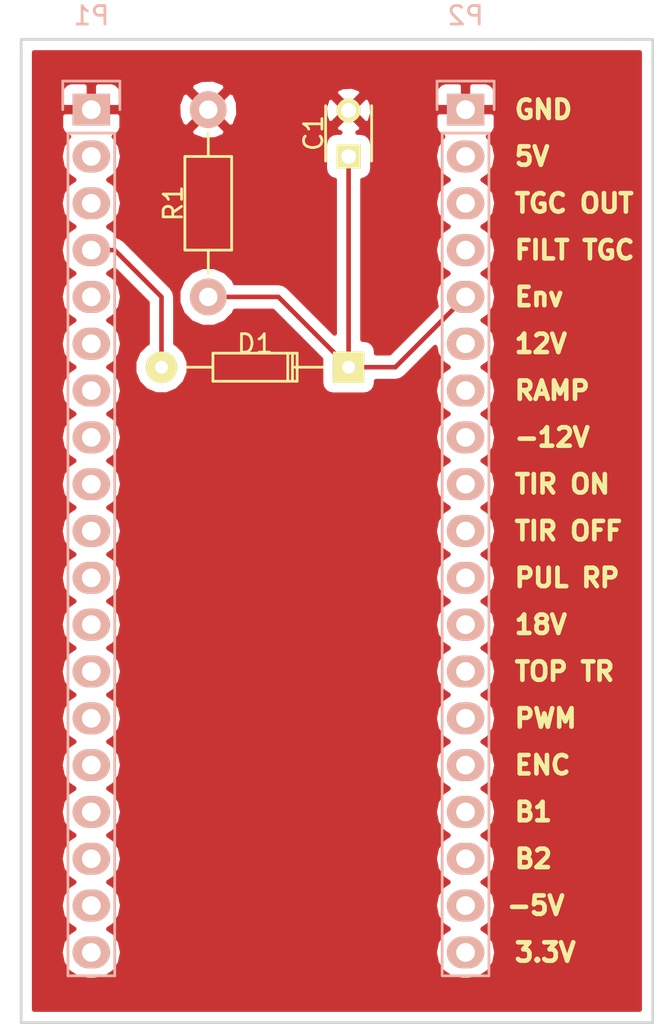
<source format=kicad_pcb>
(kicad_pcb (version 4) (host pcbnew 4.0.3+e1-6302~38~ubuntu16.04.1-stable)

  (general
    (links 7)
    (no_connects 0)
    (area 125.776667 99.335 161.365001 155.015001)
    (thickness 1.6)
    (drawings 29)
    (tracks 9)
    (zones 0)
    (modules 5)
    (nets 38)
  )

  (page A4)
  (layers
    (0 F.Cu signal)
    (31 B.Cu signal)
    (32 B.Adhes user)
    (33 F.Adhes user)
    (34 B.Paste user)
    (35 F.Paste user)
    (36 B.SilkS user)
    (37 F.SilkS user)
    (38 B.Mask user)
    (39 F.Mask user)
    (40 Dwgs.User user)
    (41 Cmts.User user)
    (42 Eco1.User user)
    (43 Eco2.User user)
    (44 Edge.Cuts user)
    (45 Margin user)
    (46 B.CrtYd user)
    (47 F.CrtYd user)
    (48 B.Fab user)
    (49 F.Fab user)
  )

  (setup
    (last_trace_width 0.25)
    (trace_clearance 0.2)
    (zone_clearance 0.508)
    (zone_45_only no)
    (trace_min 0.2)
    (segment_width 0.2)
    (edge_width 0.15)
    (via_size 0.6)
    (via_drill 0.4)
    (via_min_size 0.4)
    (via_min_drill 0.3)
    (uvia_size 0.3)
    (uvia_drill 0.1)
    (uvias_allowed no)
    (uvia_min_size 0.2)
    (uvia_min_drill 0.1)
    (pcb_text_width 0.3)
    (pcb_text_size 1 1)
    (mod_edge_width 0.15)
    (mod_text_size 1 1)
    (mod_text_width 0.15)
    (pad_size 1.524 1.524)
    (pad_drill 0.762)
    (pad_to_mask_clearance 0.2)
    (aux_axis_origin 0 0)
    (visible_elements 7FFFFFFF)
    (pcbplotparams
      (layerselection 0x00030_80000001)
      (usegerberextensions false)
      (excludeedgelayer true)
      (linewidth 0.100000)
      (plotframeref false)
      (viasonmask false)
      (mode 1)
      (useauxorigin false)
      (hpglpennumber 1)
      (hpglpenspeed 20)
      (hpglpendiameter 15)
      (hpglpenoverlay 2)
      (psnegative false)
      (psa4output false)
      (plotreference true)
      (plotvalue true)
      (plotinvisibletext false)
      (padsonsilk false)
      (subtractmaskfromsilk false)
      (outputformat 1)
      (mirror false)
      (drillshape 0)
      (scaleselection 1)
      (outputdirectory gerber/))
  )

  (net 0 "")
  (net 1 "Net-(C1-Pad1)")
  (net 2 "Net-(D1-Pad2)")
  (net 3 "Net-(P1-Pad2)")
  (net 4 "Net-(P1-Pad3)")
  (net 5 "Net-(P1-Pad5)")
  (net 6 "Net-(P1-Pad6)")
  (net 7 "Net-(P1-Pad7)")
  (net 8 "Net-(P1-Pad8)")
  (net 9 "Net-(P1-Pad9)")
  (net 10 "Net-(P1-Pad10)")
  (net 11 "Net-(P1-Pad11)")
  (net 12 "Net-(P1-Pad12)")
  (net 13 "Net-(P1-Pad13)")
  (net 14 "Net-(P1-Pad14)")
  (net 15 "Net-(P1-Pad15)")
  (net 16 "Net-(P1-Pad16)")
  (net 17 "Net-(P1-Pad17)")
  (net 18 "Net-(P1-Pad18)")
  (net 19 "Net-(P1-Pad19)")
  (net 20 "Net-(P2-Pad2)")
  (net 21 "Net-(P2-Pad3)")
  (net 22 "Net-(P2-Pad4)")
  (net 23 "Net-(P2-Pad6)")
  (net 24 "Net-(P2-Pad7)")
  (net 25 "Net-(P2-Pad8)")
  (net 26 "Net-(P2-Pad9)")
  (net 27 "Net-(P2-Pad10)")
  (net 28 "Net-(P2-Pad11)")
  (net 29 "Net-(P2-Pad12)")
  (net 30 "Net-(P2-Pad13)")
  (net 31 "Net-(P2-Pad14)")
  (net 32 "Net-(P2-Pad15)")
  (net 33 "Net-(P2-Pad16)")
  (net 34 "Net-(P2-Pad17)")
  (net 35 "Net-(P2-Pad18)")
  (net 36 "Net-(P2-Pad19)")
  (net 37 GND)

  (net_class Default "This is the default net class."
    (clearance 0.2)
    (trace_width 0.25)
    (via_dia 0.6)
    (via_drill 0.4)
    (uvia_dia 0.3)
    (uvia_drill 0.1)
    (add_net GND)
    (add_net "Net-(C1-Pad1)")
    (add_net "Net-(D1-Pad2)")
    (add_net "Net-(P1-Pad10)")
    (add_net "Net-(P1-Pad11)")
    (add_net "Net-(P1-Pad12)")
    (add_net "Net-(P1-Pad13)")
    (add_net "Net-(P1-Pad14)")
    (add_net "Net-(P1-Pad15)")
    (add_net "Net-(P1-Pad16)")
    (add_net "Net-(P1-Pad17)")
    (add_net "Net-(P1-Pad18)")
    (add_net "Net-(P1-Pad19)")
    (add_net "Net-(P1-Pad2)")
    (add_net "Net-(P1-Pad3)")
    (add_net "Net-(P1-Pad5)")
    (add_net "Net-(P1-Pad6)")
    (add_net "Net-(P1-Pad7)")
    (add_net "Net-(P1-Pad8)")
    (add_net "Net-(P1-Pad9)")
    (add_net "Net-(P2-Pad10)")
    (add_net "Net-(P2-Pad11)")
    (add_net "Net-(P2-Pad12)")
    (add_net "Net-(P2-Pad13)")
    (add_net "Net-(P2-Pad14)")
    (add_net "Net-(P2-Pad15)")
    (add_net "Net-(P2-Pad16)")
    (add_net "Net-(P2-Pad17)")
    (add_net "Net-(P2-Pad18)")
    (add_net "Net-(P2-Pad19)")
    (add_net "Net-(P2-Pad2)")
    (add_net "Net-(P2-Pad3)")
    (add_net "Net-(P2-Pad4)")
    (add_net "Net-(P2-Pad6)")
    (add_net "Net-(P2-Pad7)")
    (add_net "Net-(P2-Pad8)")
    (add_net "Net-(P2-Pad9)")
  )

  (module Capacitors_ThroughHole:C_Disc_D3_P2.5 (layer F.Cu) (tedit 57B461C0) (tstamp 57AB4846)
    (at 144.78 107.95 90)
    (descr "Capacitor 3mm Disc, Pitch 2.5mm")
    (tags Capacitor)
    (path /57A4D575)
    (fp_text reference C1 (at 1.27 -1.905 90) (layer F.SilkS)
      (effects (font (size 1 1) (thickness 0.15)))
    )
    (fp_text value 10p (at 1.27 1.905 90) (layer F.Fab)
      (effects (font (size 1 1) (thickness 0.15)))
    )
    (fp_line (start -0.9 -1.5) (end 3.4 -1.5) (layer F.CrtYd) (width 0.05))
    (fp_line (start 3.4 -1.5) (end 3.4 1.5) (layer F.CrtYd) (width 0.05))
    (fp_line (start 3.4 1.5) (end -0.9 1.5) (layer F.CrtYd) (width 0.05))
    (fp_line (start -0.9 1.5) (end -0.9 -1.5) (layer F.CrtYd) (width 0.05))
    (fp_line (start -0.25 -1.25) (end 2.75 -1.25) (layer F.SilkS) (width 0.15))
    (fp_line (start 2.75 1.25) (end -0.25 1.25) (layer F.SilkS) (width 0.15))
    (pad 1 thru_hole rect (at 0 0 90) (size 1.3 1.3) (drill 0.8) (layers *.Cu *.Mask F.SilkS)
      (net 1 "Net-(C1-Pad1)"))
    (pad 2 thru_hole circle (at 2.5 0 90) (size 1.3 1.3) (drill 0.8001) (layers *.Cu *.Mask F.SilkS)
      (net 37 GND))
    (model Capacitors_ThroughHole.3dshapes/C_Disc_D3_P2.5.wrl
      (at (xyz 0.0492126 0 0))
      (scale (xyz 1 1 1))
      (rotate (xyz 0 0 0))
    )
  )

  (module Resistors_ThroughHole:Resistor_Horizontal_RM10mm (layer F.Cu) (tedit 57B4619E) (tstamp 57AB4880)
    (at 137.16 115.57 90)
    (descr "Resistor, Axial,  RM 10mm, 1/3W")
    (tags "Resistor Axial RM 10mm 1/3W")
    (path /57A4D538)
    (fp_text reference R1 (at 5.08 -1.905 90) (layer F.SilkS)
      (effects (font (size 1 1) (thickness 0.15)))
    )
    (fp_text value 3.9k (at 5.08 1.905 90) (layer F.Fab)
      (effects (font (size 1 1) (thickness 0.15)))
    )
    (fp_line (start -1.25 -1.5) (end 11.4 -1.5) (layer F.CrtYd) (width 0.05))
    (fp_line (start -1.25 1.5) (end -1.25 -1.5) (layer F.CrtYd) (width 0.05))
    (fp_line (start 11.4 -1.5) (end 11.4 1.5) (layer F.CrtYd) (width 0.05))
    (fp_line (start -1.25 1.5) (end 11.4 1.5) (layer F.CrtYd) (width 0.05))
    (fp_line (start 2.54 -1.27) (end 7.62 -1.27) (layer F.SilkS) (width 0.15))
    (fp_line (start 7.62 -1.27) (end 7.62 1.27) (layer F.SilkS) (width 0.15))
    (fp_line (start 7.62 1.27) (end 2.54 1.27) (layer F.SilkS) (width 0.15))
    (fp_line (start 2.54 1.27) (end 2.54 -1.27) (layer F.SilkS) (width 0.15))
    (fp_line (start 2.54 0) (end 1.27 0) (layer F.SilkS) (width 0.15))
    (fp_line (start 7.62 0) (end 8.89 0) (layer F.SilkS) (width 0.15))
    (pad 1 thru_hole circle (at 0 0 90) (size 1.99898 1.99898) (drill 1.00076) (layers *.Cu *.SilkS *.Mask)
      (net 1 "Net-(C1-Pad1)"))
    (pad 2 thru_hole circle (at 10.16 0 90) (size 1.99898 1.99898) (drill 1.00076) (layers *.Cu *.SilkS *.Mask)
      (net 37 GND))
    (model Resistors_ThroughHole.3dshapes/Resistor_Horizontal_RM10mm.wrl
      (at (xyz 0.2 0 0))
      (scale (xyz 0.4 0.4 0.4))
      (rotate (xyz 0 0 0))
    )
  )

  (module Diodes_ThroughHole:Diode_DO-35_SOD27_Horizontal_RM10 (layer F.Cu) (tedit 57B4618B) (tstamp 57AB484C)
    (at 144.78 119.38 180)
    (descr "Diode, DO-35,  SOD27, Horizontal, RM 10mm")
    (tags "Diode, DO-35, SOD27, Horizontal, RM 10mm, 1N4148,")
    (path /57A4D48B)
    (fp_text reference D1 (at 5.08 1.27 180) (layer F.SilkS)
      (effects (font (size 1 1) (thickness 0.15)))
    )
    (fp_text value 1N60 (at 5.08 -1.27 180) (layer F.Fab)
      (effects (font (size 1 1) (thickness 0.15)))
    )
    (fp_line (start 7.36652 -0.00254) (end 8.76352 -0.00254) (layer F.SilkS) (width 0.15))
    (fp_line (start 2.92152 -0.00254) (end 1.39752 -0.00254) (layer F.SilkS) (width 0.15))
    (fp_line (start 3.30252 -0.76454) (end 3.30252 0.75946) (layer F.SilkS) (width 0.15))
    (fp_line (start 3.04852 -0.76454) (end 3.04852 0.75946) (layer F.SilkS) (width 0.15))
    (fp_line (start 2.79452 -0.00254) (end 2.79452 0.75946) (layer F.SilkS) (width 0.15))
    (fp_line (start 2.79452 0.75946) (end 7.36652 0.75946) (layer F.SilkS) (width 0.15))
    (fp_line (start 7.36652 0.75946) (end 7.36652 -0.76454) (layer F.SilkS) (width 0.15))
    (fp_line (start 7.36652 -0.76454) (end 2.79452 -0.76454) (layer F.SilkS) (width 0.15))
    (fp_line (start 2.79452 -0.76454) (end 2.79452 -0.00254) (layer F.SilkS) (width 0.15))
    (pad 2 thru_hole circle (at 10.16052 -0.00254) (size 1.69926 1.69926) (drill 0.70104) (layers *.Cu *.Mask F.SilkS)
      (net 2 "Net-(D1-Pad2)"))
    (pad 1 thru_hole rect (at 0.00052 -0.00254) (size 1.69926 1.69926) (drill 0.70104) (layers *.Cu *.Mask F.SilkS)
      (net 1 "Net-(C1-Pad1)"))
    (model Diodes_ThroughHole.3dshapes/Diode_DO-35_SOD27_Horizontal_RM10.wrl
      (at (xyz 0.2 0 0))
      (scale (xyz 0.4 0.4 0.4))
      (rotate (xyz 0 0 180))
    )
  )

  (module Pin_Headers:Pin_Header_Straight_1x19 (layer B.Cu) (tedit 0) (tstamp 57AB4863)
    (at 130.81 105.41 180)
    (descr "Through hole pin header")
    (tags "pin header")
    (path /57A857B8)
    (fp_text reference P1 (at 0 5.1 180) (layer B.SilkS)
      (effects (font (size 1 1) (thickness 0.15)) (justify mirror))
    )
    (fp_text value CONN_01X19 (at 0 3.1 180) (layer B.Fab)
      (effects (font (size 1 1) (thickness 0.15)) (justify mirror))
    )
    (fp_line (start -1.75 1.75) (end -1.75 -47.5) (layer B.CrtYd) (width 0.05))
    (fp_line (start 1.75 1.75) (end 1.75 -47.5) (layer B.CrtYd) (width 0.05))
    (fp_line (start -1.75 1.75) (end 1.75 1.75) (layer B.CrtYd) (width 0.05))
    (fp_line (start -1.75 -47.5) (end 1.75 -47.5) (layer B.CrtYd) (width 0.05))
    (fp_line (start 1.27 -1.27) (end 1.27 -46.99) (layer B.SilkS) (width 0.15))
    (fp_line (start 1.27 -46.99) (end -1.27 -46.99) (layer B.SilkS) (width 0.15))
    (fp_line (start -1.27 -46.99) (end -1.27 -1.27) (layer B.SilkS) (width 0.15))
    (fp_line (start 1.55 1.55) (end 1.55 0) (layer B.SilkS) (width 0.15))
    (fp_line (start 1.27 -1.27) (end -1.27 -1.27) (layer B.SilkS) (width 0.15))
    (fp_line (start -1.55 0) (end -1.55 1.55) (layer B.SilkS) (width 0.15))
    (fp_line (start -1.55 1.55) (end 1.55 1.55) (layer B.SilkS) (width 0.15))
    (pad 1 thru_hole rect (at 0 0 180) (size 2.032 1.7272) (drill 1.016) (layers *.Cu *.Mask B.SilkS)
      (net 37 GND))
    (pad 2 thru_hole oval (at 0 -2.54 180) (size 2.032 1.7272) (drill 1.016) (layers *.Cu *.Mask B.SilkS)
      (net 3 "Net-(P1-Pad2)"))
    (pad 3 thru_hole oval (at 0 -5.08 180) (size 2.032 1.7272) (drill 1.016) (layers *.Cu *.Mask B.SilkS)
      (net 4 "Net-(P1-Pad3)"))
    (pad 4 thru_hole oval (at 0 -7.62 180) (size 2.032 1.7272) (drill 1.016) (layers *.Cu *.Mask B.SilkS)
      (net 2 "Net-(D1-Pad2)"))
    (pad 5 thru_hole oval (at 0 -10.16 180) (size 2.032 1.7272) (drill 1.016) (layers *.Cu *.Mask B.SilkS)
      (net 5 "Net-(P1-Pad5)"))
    (pad 6 thru_hole oval (at 0 -12.7 180) (size 2.032 1.7272) (drill 1.016) (layers *.Cu *.Mask B.SilkS)
      (net 6 "Net-(P1-Pad6)"))
    (pad 7 thru_hole oval (at 0 -15.24 180) (size 2.032 1.7272) (drill 1.016) (layers *.Cu *.Mask B.SilkS)
      (net 7 "Net-(P1-Pad7)"))
    (pad 8 thru_hole oval (at 0 -17.78 180) (size 2.032 1.7272) (drill 1.016) (layers *.Cu *.Mask B.SilkS)
      (net 8 "Net-(P1-Pad8)"))
    (pad 9 thru_hole oval (at 0 -20.32 180) (size 2.032 1.7272) (drill 1.016) (layers *.Cu *.Mask B.SilkS)
      (net 9 "Net-(P1-Pad9)"))
    (pad 10 thru_hole oval (at 0 -22.86 180) (size 2.032 1.7272) (drill 1.016) (layers *.Cu *.Mask B.SilkS)
      (net 10 "Net-(P1-Pad10)"))
    (pad 11 thru_hole oval (at 0 -25.4 180) (size 2.032 1.7272) (drill 1.016) (layers *.Cu *.Mask B.SilkS)
      (net 11 "Net-(P1-Pad11)"))
    (pad 12 thru_hole oval (at 0 -27.94 180) (size 2.032 1.7272) (drill 1.016) (layers *.Cu *.Mask B.SilkS)
      (net 12 "Net-(P1-Pad12)"))
    (pad 13 thru_hole oval (at 0 -30.48 180) (size 2.032 1.7272) (drill 1.016) (layers *.Cu *.Mask B.SilkS)
      (net 13 "Net-(P1-Pad13)"))
    (pad 14 thru_hole oval (at 0 -33.02 180) (size 2.032 1.7272) (drill 1.016) (layers *.Cu *.Mask B.SilkS)
      (net 14 "Net-(P1-Pad14)"))
    (pad 15 thru_hole oval (at 0 -35.56 180) (size 2.032 1.7272) (drill 1.016) (layers *.Cu *.Mask B.SilkS)
      (net 15 "Net-(P1-Pad15)"))
    (pad 16 thru_hole oval (at 0 -38.1 180) (size 2.032 1.7272) (drill 1.016) (layers *.Cu *.Mask B.SilkS)
      (net 16 "Net-(P1-Pad16)"))
    (pad 17 thru_hole oval (at 0 -40.64 180) (size 2.032 1.7272) (drill 1.016) (layers *.Cu *.Mask B.SilkS)
      (net 17 "Net-(P1-Pad17)"))
    (pad 18 thru_hole oval (at 0 -43.18 180) (size 2.032 1.7272) (drill 1.016) (layers *.Cu *.Mask B.SilkS)
      (net 18 "Net-(P1-Pad18)"))
    (pad 19 thru_hole oval (at 0 -45.72 180) (size 2.032 1.7272) (drill 1.016) (layers *.Cu *.Mask B.SilkS)
      (net 19 "Net-(P1-Pad19)"))
    (model Pin_Headers.3dshapes/Pin_Header_Straight_1x19.wrl
      (at (xyz 0 -0.9 0))
      (scale (xyz 1 1 1))
      (rotate (xyz 0 0 90))
    )
  )

  (module Pin_Headers:Pin_Header_Straight_1x19 (layer B.Cu) (tedit 0) (tstamp 57AB487A)
    (at 151.13 105.41 180)
    (descr "Through hole pin header")
    (tags "pin header")
    (path /57A857FF)
    (fp_text reference P2 (at 0 5.1 180) (layer B.SilkS)
      (effects (font (size 1 1) (thickness 0.15)) (justify mirror))
    )
    (fp_text value CONN_01X19 (at 0 3.1 180) (layer B.Fab)
      (effects (font (size 1 1) (thickness 0.15)) (justify mirror))
    )
    (fp_line (start -1.75 1.75) (end -1.75 -47.5) (layer B.CrtYd) (width 0.05))
    (fp_line (start 1.75 1.75) (end 1.75 -47.5) (layer B.CrtYd) (width 0.05))
    (fp_line (start -1.75 1.75) (end 1.75 1.75) (layer B.CrtYd) (width 0.05))
    (fp_line (start -1.75 -47.5) (end 1.75 -47.5) (layer B.CrtYd) (width 0.05))
    (fp_line (start 1.27 -1.27) (end 1.27 -46.99) (layer B.SilkS) (width 0.15))
    (fp_line (start 1.27 -46.99) (end -1.27 -46.99) (layer B.SilkS) (width 0.15))
    (fp_line (start -1.27 -46.99) (end -1.27 -1.27) (layer B.SilkS) (width 0.15))
    (fp_line (start 1.55 1.55) (end 1.55 0) (layer B.SilkS) (width 0.15))
    (fp_line (start 1.27 -1.27) (end -1.27 -1.27) (layer B.SilkS) (width 0.15))
    (fp_line (start -1.55 0) (end -1.55 1.55) (layer B.SilkS) (width 0.15))
    (fp_line (start -1.55 1.55) (end 1.55 1.55) (layer B.SilkS) (width 0.15))
    (pad 1 thru_hole rect (at 0 0 180) (size 2.032 1.7272) (drill 1.016) (layers *.Cu *.Mask B.SilkS)
      (net 37 GND))
    (pad 2 thru_hole oval (at 0 -2.54 180) (size 2.032 1.7272) (drill 1.016) (layers *.Cu *.Mask B.SilkS)
      (net 20 "Net-(P2-Pad2)"))
    (pad 3 thru_hole oval (at 0 -5.08 180) (size 2.032 1.7272) (drill 1.016) (layers *.Cu *.Mask B.SilkS)
      (net 21 "Net-(P2-Pad3)"))
    (pad 4 thru_hole oval (at 0 -7.62 180) (size 2.032 1.7272) (drill 1.016) (layers *.Cu *.Mask B.SilkS)
      (net 22 "Net-(P2-Pad4)"))
    (pad 5 thru_hole oval (at 0 -10.16 180) (size 2.032 1.7272) (drill 1.016) (layers *.Cu *.Mask B.SilkS)
      (net 1 "Net-(C1-Pad1)"))
    (pad 6 thru_hole oval (at 0 -12.7 180) (size 2.032 1.7272) (drill 1.016) (layers *.Cu *.Mask B.SilkS)
      (net 23 "Net-(P2-Pad6)"))
    (pad 7 thru_hole oval (at 0 -15.24 180) (size 2.032 1.7272) (drill 1.016) (layers *.Cu *.Mask B.SilkS)
      (net 24 "Net-(P2-Pad7)"))
    (pad 8 thru_hole oval (at 0 -17.78 180) (size 2.032 1.7272) (drill 1.016) (layers *.Cu *.Mask B.SilkS)
      (net 25 "Net-(P2-Pad8)"))
    (pad 9 thru_hole oval (at 0 -20.32 180) (size 2.032 1.7272) (drill 1.016) (layers *.Cu *.Mask B.SilkS)
      (net 26 "Net-(P2-Pad9)"))
    (pad 10 thru_hole oval (at 0 -22.86 180) (size 2.032 1.7272) (drill 1.016) (layers *.Cu *.Mask B.SilkS)
      (net 27 "Net-(P2-Pad10)"))
    (pad 11 thru_hole oval (at 0 -25.4 180) (size 2.032 1.7272) (drill 1.016) (layers *.Cu *.Mask B.SilkS)
      (net 28 "Net-(P2-Pad11)"))
    (pad 12 thru_hole oval (at 0 -27.94 180) (size 2.032 1.7272) (drill 1.016) (layers *.Cu *.Mask B.SilkS)
      (net 29 "Net-(P2-Pad12)"))
    (pad 13 thru_hole oval (at 0 -30.48 180) (size 2.032 1.7272) (drill 1.016) (layers *.Cu *.Mask B.SilkS)
      (net 30 "Net-(P2-Pad13)"))
    (pad 14 thru_hole oval (at 0 -33.02 180) (size 2.032 1.7272) (drill 1.016) (layers *.Cu *.Mask B.SilkS)
      (net 31 "Net-(P2-Pad14)"))
    (pad 15 thru_hole oval (at 0 -35.56 180) (size 2.032 1.7272) (drill 1.016) (layers *.Cu *.Mask B.SilkS)
      (net 32 "Net-(P2-Pad15)"))
    (pad 16 thru_hole oval (at 0 -38.1 180) (size 2.032 1.7272) (drill 1.016) (layers *.Cu *.Mask B.SilkS)
      (net 33 "Net-(P2-Pad16)"))
    (pad 17 thru_hole oval (at 0 -40.64 180) (size 2.032 1.7272) (drill 1.016) (layers *.Cu *.Mask B.SilkS)
      (net 34 "Net-(P2-Pad17)"))
    (pad 18 thru_hole oval (at 0 -43.18 180) (size 2.032 1.7272) (drill 1.016) (layers *.Cu *.Mask B.SilkS)
      (net 35 "Net-(P2-Pad18)"))
    (pad 19 thru_hole oval (at 0 -45.72 180) (size 2.032 1.7272) (drill 1.016) (layers *.Cu *.Mask B.SilkS)
      (net 36 "Net-(P2-Pad19)"))
    (model Pin_Headers.3dshapes/Pin_Header_Straight_1x19.wrl
      (at (xyz 0 -0.9 0))
      (scale (xyz 1 1 1))
      (rotate (xyz 0 0 90))
    )
  )

  (gr_line (start 161.29 154.94) (end 160.02 154.94) (angle 90) (layer Edge.Cuts) (width 0.15))
  (gr_line (start 161.29 101.6) (end 161.29 154.94) (angle 90) (layer Edge.Cuts) (width 0.15))
  (gr_line (start 160.02 101.6) (end 161.29 101.6) (angle 90) (layer Edge.Cuts) (width 0.15))
  (gr_line (start 160.02 154.94) (end 157.48 154.94) (angle 90) (layer Edge.Cuts) (width 0.15))
  (gr_line (start 157.48 101.6) (end 160.02 101.6) (angle 90) (layer Edge.Cuts) (width 0.15))
  (gr_text 3.3V (at 153.67 151.13) (layer F.SilkS)
    (effects (font (size 1 1) (thickness 0.3)) (justify left))
  )
  (gr_text -5V (at 154.94 148.59) (layer F.SilkS)
    (effects (font (size 1 1) (thickness 0.3)))
  )
  (gr_text PWM (at 153.67 138.43) (layer F.SilkS)
    (effects (font (size 1 1) (thickness 0.3)) (justify left))
  )
  (gr_text B2 (at 153.67 146.05) (layer F.SilkS)
    (effects (font (size 1 1) (thickness 0.3)) (justify left))
  )
  (gr_text B1 (at 153.67 143.51) (layer F.SilkS)
    (effects (font (size 1 1) (thickness 0.3)) (justify left))
  )
  (gr_text ENC (at 153.67 140.97) (layer F.SilkS)
    (effects (font (size 1 1) (thickness 0.3)) (justify left))
  )
  (gr_text "TOP TR" (at 153.67 135.89) (layer F.SilkS)
    (effects (font (size 1 1) (thickness 0.3)) (justify left))
  )
  (gr_text 18V (at 153.67 133.35) (layer F.SilkS)
    (effects (font (size 1 1) (thickness 0.3)) (justify left))
  )
  (gr_text "PUL RP" (at 153.67 130.81) (layer F.SilkS)
    (effects (font (size 1 1) (thickness 0.3)) (justify left))
  )
  (gr_text "TIR OFF" (at 153.67 128.27) (layer F.SilkS)
    (effects (font (size 1 1) (thickness 0.3)) (justify left))
  )
  (gr_text "TIR ON" (at 153.67 125.73) (layer F.SilkS)
    (effects (font (size 1 1) (thickness 0.3)) (justify left))
  )
  (gr_text -12V (at 153.67 123.19) (layer F.SilkS)
    (effects (font (size 1 1) (thickness 0.3)) (justify left))
  )
  (gr_text RAMP (at 153.67 120.65) (layer F.SilkS)
    (effects (font (size 1 1) (thickness 0.3)) (justify left))
  )
  (gr_text 12V (at 153.67 118.11) (layer F.SilkS)
    (effects (font (size 1 1) (thickness 0.3)) (justify left))
  )
  (gr_text Env (at 153.67 115.57) (layer F.SilkS)
    (effects (font (size 1 1) (thickness 0.3)) (justify left))
  )
  (gr_text "FILT TGC" (at 153.67 113.03) (layer F.SilkS)
    (effects (font (size 1 1) (thickness 0.3)) (justify left))
  )
  (gr_text "TGC OUT" (at 153.67 110.49) (layer F.SilkS)
    (effects (font (size 1 1) (thickness 0.3)) (justify left))
  )
  (gr_text 5V (at 153.67 107.95) (layer F.SilkS)
    (effects (font (size 1 1) (thickness 0.3)) (justify left))
  )
  (gr_text GND (at 153.67 105.41) (layer F.SilkS)
    (effects (font (size 1 1) (thickness 0.3)) (justify left))
  )
  (gr_line (start 154.94 154.94) (end 157.48 154.94) (angle 90) (layer Edge.Cuts) (width 0.15))
  (gr_line (start 154.94 101.6) (end 157.48 101.6) (angle 90) (layer Edge.Cuts) (width 0.15))
  (gr_line (start 127 154.94) (end 127 101.6) (angle 90) (layer Edge.Cuts) (width 0.15))
  (gr_line (start 154.94 154.94) (end 127 154.94) (angle 90) (layer Edge.Cuts) (width 0.15))
  (gr_line (start 127 101.6) (end 154.94 101.6) (angle 90) (layer Edge.Cuts) (width 0.15))

  (segment (start 144.77948 119.38254) (end 147.31746 119.38254) (width 0.25) (layer F.Cu) (net 1))
  (segment (start 147.31746 119.38254) (end 151.13 115.57) (width 0.25) (layer F.Cu) (net 1) (tstamp 57AC31D7))
  (segment (start 144.77948 119.38254) (end 144.77948 107.95052) (width 0.25) (layer F.Cu) (net 1))
  (segment (start 144.77948 107.95052) (end 144.78 107.95) (width 0.25) (layer F.Cu) (net 1) (tstamp 57AC31D2))
  (segment (start 137.16 115.57) (end 140.96694 115.57) (width 0.25) (layer F.Cu) (net 1))
  (segment (start 140.96694 115.57) (end 144.77948 119.38254) (width 0.25) (layer F.Cu) (net 1) (tstamp 57AC31B5))
  (segment (start 130.81 113.03) (end 132.08 113.03) (width 0.25) (layer F.Cu) (net 2))
  (segment (start 132.08 113.03) (end 134.61948 115.56948) (width 0.25) (layer F.Cu) (net 2) (tstamp 57AC3255))
  (segment (start 134.61948 115.56948) (end 134.61948 119.38254) (width 0.25) (layer F.Cu) (net 2) (tstamp 57AC325A))

  (zone (net 37) (net_name GND) (layer F.Cu) (tstamp 57AC4168) (hatch edge 0.508)
    (connect_pads (clearance 0.508))
    (min_thickness 0.254)
    (fill yes (arc_segments 16) (thermal_gap 0.508) (thermal_bridge_width 0.508))
    (polygon
      (pts
        (xy 161.29 154.94) (xy 127 154.94) (xy 127 101.6) (xy 161.29 101.6)
      )
    )
    (filled_polygon
      (pts
        (xy 160.58 154.23) (xy 127.71 154.23) (xy 127.71 107.95) (xy 129.126655 107.95) (xy 129.240729 108.523489)
        (xy 129.565585 109.00967) (xy 129.880366 109.22) (xy 129.565585 109.43033) (xy 129.240729 109.916511) (xy 129.126655 110.49)
        (xy 129.240729 111.063489) (xy 129.565585 111.54967) (xy 129.880366 111.76) (xy 129.565585 111.97033) (xy 129.240729 112.456511)
        (xy 129.126655 113.03) (xy 129.240729 113.603489) (xy 129.565585 114.08967) (xy 129.880366 114.3) (xy 129.565585 114.51033)
        (xy 129.240729 114.996511) (xy 129.126655 115.57) (xy 129.240729 116.143489) (xy 129.565585 116.62967) (xy 129.880366 116.84)
        (xy 129.565585 117.05033) (xy 129.240729 117.536511) (xy 129.126655 118.11) (xy 129.240729 118.683489) (xy 129.565585 119.16967)
        (xy 129.880366 119.38) (xy 129.565585 119.59033) (xy 129.240729 120.076511) (xy 129.126655 120.65) (xy 129.240729 121.223489)
        (xy 129.565585 121.70967) (xy 129.880366 121.92) (xy 129.565585 122.13033) (xy 129.240729 122.616511) (xy 129.126655 123.19)
        (xy 129.240729 123.763489) (xy 129.565585 124.24967) (xy 129.880366 124.46) (xy 129.565585 124.67033) (xy 129.240729 125.156511)
        (xy 129.126655 125.73) (xy 129.240729 126.303489) (xy 129.565585 126.78967) (xy 129.880366 127) (xy 129.565585 127.21033)
        (xy 129.240729 127.696511) (xy 129.126655 128.27) (xy 129.240729 128.843489) (xy 129.565585 129.32967) (xy 129.880366 129.54)
        (xy 129.565585 129.75033) (xy 129.240729 130.236511) (xy 129.126655 130.81) (xy 129.240729 131.383489) (xy 129.565585 131.86967)
        (xy 129.880366 132.08) (xy 129.565585 132.29033) (xy 129.240729 132.776511) (xy 129.126655 133.35) (xy 129.240729 133.923489)
        (xy 129.565585 134.40967) (xy 129.880366 134.62) (xy 129.565585 134.83033) (xy 129.240729 135.316511) (xy 129.126655 135.89)
        (xy 129.240729 136.463489) (xy 129.565585 136.94967) (xy 129.880366 137.16) (xy 129.565585 137.37033) (xy 129.240729 137.856511)
        (xy 129.126655 138.43) (xy 129.240729 139.003489) (xy 129.565585 139.48967) (xy 129.880366 139.7) (xy 129.565585 139.91033)
        (xy 129.240729 140.396511) (xy 129.126655 140.97) (xy 129.240729 141.543489) (xy 129.565585 142.02967) (xy 129.880366 142.24)
        (xy 129.565585 142.45033) (xy 129.240729 142.936511) (xy 129.126655 143.51) (xy 129.240729 144.083489) (xy 129.565585 144.56967)
        (xy 129.880366 144.78) (xy 129.565585 144.99033) (xy 129.240729 145.476511) (xy 129.126655 146.05) (xy 129.240729 146.623489)
        (xy 129.565585 147.10967) (xy 129.880366 147.32) (xy 129.565585 147.53033) (xy 129.240729 148.016511) (xy 129.126655 148.59)
        (xy 129.240729 149.163489) (xy 129.565585 149.64967) (xy 129.880366 149.86) (xy 129.565585 150.07033) (xy 129.240729 150.556511)
        (xy 129.126655 151.13) (xy 129.240729 151.703489) (xy 129.565585 152.18967) (xy 130.051766 152.514526) (xy 130.625255 152.6286)
        (xy 130.994745 152.6286) (xy 131.568234 152.514526) (xy 132.054415 152.18967) (xy 132.379271 151.703489) (xy 132.493345 151.13)
        (xy 132.379271 150.556511) (xy 132.054415 150.07033) (xy 131.739634 149.86) (xy 132.054415 149.64967) (xy 132.379271 149.163489)
        (xy 132.493345 148.59) (xy 132.379271 148.016511) (xy 132.054415 147.53033) (xy 131.739634 147.32) (xy 132.054415 147.10967)
        (xy 132.379271 146.623489) (xy 132.493345 146.05) (xy 132.379271 145.476511) (xy 132.054415 144.99033) (xy 131.739634 144.78)
        (xy 132.054415 144.56967) (xy 132.379271 144.083489) (xy 132.493345 143.51) (xy 132.379271 142.936511) (xy 132.054415 142.45033)
        (xy 131.739634 142.24) (xy 132.054415 142.02967) (xy 132.379271 141.543489) (xy 132.493345 140.97) (xy 132.379271 140.396511)
        (xy 132.054415 139.91033) (xy 131.739634 139.7) (xy 132.054415 139.48967) (xy 132.379271 139.003489) (xy 132.493345 138.43)
        (xy 132.379271 137.856511) (xy 132.054415 137.37033) (xy 131.739634 137.16) (xy 132.054415 136.94967) (xy 132.379271 136.463489)
        (xy 132.493345 135.89) (xy 132.379271 135.316511) (xy 132.054415 134.83033) (xy 131.739634 134.62) (xy 132.054415 134.40967)
        (xy 132.379271 133.923489) (xy 132.493345 133.35) (xy 132.379271 132.776511) (xy 132.054415 132.29033) (xy 131.739634 132.08)
        (xy 132.054415 131.86967) (xy 132.379271 131.383489) (xy 132.493345 130.81) (xy 132.379271 130.236511) (xy 132.054415 129.75033)
        (xy 131.739634 129.54) (xy 132.054415 129.32967) (xy 132.379271 128.843489) (xy 132.493345 128.27) (xy 132.379271 127.696511)
        (xy 132.054415 127.21033) (xy 131.739634 127) (xy 132.054415 126.78967) (xy 132.379271 126.303489) (xy 132.493345 125.73)
        (xy 132.379271 125.156511) (xy 132.054415 124.67033) (xy 131.739634 124.46) (xy 132.054415 124.24967) (xy 132.379271 123.763489)
        (xy 132.493345 123.19) (xy 132.379271 122.616511) (xy 132.054415 122.13033) (xy 131.739634 121.92) (xy 132.054415 121.70967)
        (xy 132.379271 121.223489) (xy 132.493345 120.65) (xy 132.379271 120.076511) (xy 132.054415 119.59033) (xy 131.739634 119.38)
        (xy 132.054415 119.16967) (xy 132.379271 118.683489) (xy 132.493345 118.11) (xy 132.379271 117.536511) (xy 132.054415 117.05033)
        (xy 131.739634 116.84) (xy 132.054415 116.62967) (xy 132.379271 116.143489) (xy 132.493345 115.57) (xy 132.379271 114.996511)
        (xy 132.054415 114.51033) (xy 131.739634 114.3) (xy 132.054415 114.08967) (xy 132.058602 114.083404) (xy 133.85948 115.884282)
        (xy 133.85948 118.090193) (xy 133.779603 118.123198) (xy 133.361606 118.540466) (xy 133.135108 119.085933) (xy 133.134592 119.676556)
        (xy 133.360138 120.222417) (xy 133.777406 120.640414) (xy 134.322873 120.866912) (xy 134.913496 120.867428) (xy 135.459357 120.641882)
        (xy 135.877354 120.224614) (xy 136.103852 119.679147) (xy 136.104368 119.088524) (xy 135.878822 118.542663) (xy 135.461554 118.124666)
        (xy 135.37948 118.090586) (xy 135.37948 115.893694) (xy 135.525226 115.893694) (xy 135.773538 116.494655) (xy 136.232927 116.954846)
        (xy 136.833453 117.204206) (xy 137.483694 117.204774) (xy 138.084655 116.956462) (xy 138.544846 116.497073) (xy 138.614221 116.33)
        (xy 140.652138 116.33) (xy 143.28241 118.960272) (xy 143.28241 120.23217) (xy 143.326688 120.467487) (xy 143.46576 120.683611)
        (xy 143.67796 120.828601) (xy 143.92985 120.87961) (xy 145.62911 120.87961) (xy 145.864427 120.835332) (xy 146.080551 120.69626)
        (xy 146.225541 120.48406) (xy 146.27655 120.23217) (xy 146.27655 120.14254) (xy 147.31746 120.14254) (xy 147.608299 120.084688)
        (xy 147.854861 119.919941) (xy 149.482848 118.291954) (xy 149.560729 118.683489) (xy 149.885585 119.16967) (xy 150.200366 119.38)
        (xy 149.885585 119.59033) (xy 149.560729 120.076511) (xy 149.446655 120.65) (xy 149.560729 121.223489) (xy 149.885585 121.70967)
        (xy 150.200366 121.92) (xy 149.885585 122.13033) (xy 149.560729 122.616511) (xy 149.446655 123.19) (xy 149.560729 123.763489)
        (xy 149.885585 124.24967) (xy 150.200366 124.46) (xy 149.885585 124.67033) (xy 149.560729 125.156511) (xy 149.446655 125.73)
        (xy 149.560729 126.303489) (xy 149.885585 126.78967) (xy 150.200366 127) (xy 149.885585 127.21033) (xy 149.560729 127.696511)
        (xy 149.446655 128.27) (xy 149.560729 128.843489) (xy 149.885585 129.32967) (xy 150.200366 129.54) (xy 149.885585 129.75033)
        (xy 149.560729 130.236511) (xy 149.446655 130.81) (xy 149.560729 131.383489) (xy 149.885585 131.86967) (xy 150.200366 132.08)
        (xy 149.885585 132.29033) (xy 149.560729 132.776511) (xy 149.446655 133.35) (xy 149.560729 133.923489) (xy 149.885585 134.40967)
        (xy 150.200366 134.62) (xy 149.885585 134.83033) (xy 149.560729 135.316511) (xy 149.446655 135.89) (xy 149.560729 136.463489)
        (xy 149.885585 136.94967) (xy 150.200366 137.16) (xy 149.885585 137.37033) (xy 149.560729 137.856511) (xy 149.446655 138.43)
        (xy 149.560729 139.003489) (xy 149.885585 139.48967) (xy 150.200366 139.7) (xy 149.885585 139.91033) (xy 149.560729 140.396511)
        (xy 149.446655 140.97) (xy 149.560729 141.543489) (xy 149.885585 142.02967) (xy 150.200366 142.24) (xy 149.885585 142.45033)
        (xy 149.560729 142.936511) (xy 149.446655 143.51) (xy 149.560729 144.083489) (xy 149.885585 144.56967) (xy 150.200366 144.78)
        (xy 149.885585 144.99033) (xy 149.560729 145.476511) (xy 149.446655 146.05) (xy 149.560729 146.623489) (xy 149.885585 147.10967)
        (xy 150.200366 147.32) (xy 149.885585 147.53033) (xy 149.560729 148.016511) (xy 149.446655 148.59) (xy 149.560729 149.163489)
        (xy 149.885585 149.64967) (xy 150.200366 149.86) (xy 149.885585 150.07033) (xy 149.560729 150.556511) (xy 149.446655 151.13)
        (xy 149.560729 151.703489) (xy 149.885585 152.18967) (xy 150.371766 152.514526) (xy 150.945255 152.6286) (xy 151.314745 152.6286)
        (xy 151.888234 152.514526) (xy 152.374415 152.18967) (xy 152.699271 151.703489) (xy 152.813345 151.13) (xy 152.699271 150.556511)
        (xy 152.374415 150.07033) (xy 152.059634 149.86) (xy 152.374415 149.64967) (xy 152.699271 149.163489) (xy 152.813345 148.59)
        (xy 152.699271 148.016511) (xy 152.374415 147.53033) (xy 152.059634 147.32) (xy 152.374415 147.10967) (xy 152.699271 146.623489)
        (xy 152.813345 146.05) (xy 152.699271 145.476511) (xy 152.374415 144.99033) (xy 152.059634 144.78) (xy 152.374415 144.56967)
        (xy 152.699271 144.083489) (xy 152.813345 143.51) (xy 152.699271 142.936511) (xy 152.374415 142.45033) (xy 152.059634 142.24)
        (xy 152.374415 142.02967) (xy 152.699271 141.543489) (xy 152.813345 140.97) (xy 152.699271 140.396511) (xy 152.374415 139.91033)
        (xy 152.059634 139.7) (xy 152.374415 139.48967) (xy 152.699271 139.003489) (xy 152.813345 138.43) (xy 152.699271 137.856511)
        (xy 152.374415 137.37033) (xy 152.059634 137.16) (xy 152.374415 136.94967) (xy 152.699271 136.463489) (xy 152.813345 135.89)
        (xy 152.699271 135.316511) (xy 152.374415 134.83033) (xy 152.059634 134.62) (xy 152.374415 134.40967) (xy 152.699271 133.923489)
        (xy 152.813345 133.35) (xy 152.699271 132.776511) (xy 152.374415 132.29033) (xy 152.059634 132.08) (xy 152.374415 131.86967)
        (xy 152.699271 131.383489) (xy 152.813345 130.81) (xy 152.699271 130.236511) (xy 152.374415 129.75033) (xy 152.059634 129.54)
        (xy 152.374415 129.32967) (xy 152.699271 128.843489) (xy 152.813345 128.27) (xy 152.699271 127.696511) (xy 152.374415 127.21033)
        (xy 152.059634 127) (xy 152.374415 126.78967) (xy 152.699271 126.303489) (xy 152.813345 125.73) (xy 152.699271 125.156511)
        (xy 152.374415 124.67033) (xy 152.059634 124.46) (xy 152.374415 124.24967) (xy 152.699271 123.763489) (xy 152.813345 123.19)
        (xy 152.699271 122.616511) (xy 152.374415 122.13033) (xy 152.059634 121.92) (xy 152.374415 121.70967) (xy 152.699271 121.223489)
        (xy 152.813345 120.65) (xy 152.699271 120.076511) (xy 152.374415 119.59033) (xy 152.059634 119.38) (xy 152.374415 119.16967)
        (xy 152.699271 118.683489) (xy 152.813345 118.11) (xy 152.699271 117.536511) (xy 152.374415 117.05033) (xy 152.059634 116.84)
        (xy 152.374415 116.62967) (xy 152.699271 116.143489) (xy 152.813345 115.57) (xy 152.699271 114.996511) (xy 152.374415 114.51033)
        (xy 152.059634 114.3) (xy 152.374415 114.08967) (xy 152.699271 113.603489) (xy 152.813345 113.03) (xy 152.699271 112.456511)
        (xy 152.374415 111.97033) (xy 152.059634 111.76) (xy 152.374415 111.54967) (xy 152.699271 111.063489) (xy 152.813345 110.49)
        (xy 152.699271 109.916511) (xy 152.374415 109.43033) (xy 152.059634 109.22) (xy 152.374415 109.00967) (xy 152.699271 108.523489)
        (xy 152.813345 107.95) (xy 152.699271 107.376511) (xy 152.374415 106.89033) (xy 152.35222 106.8755) (xy 152.505698 106.811927)
        (xy 152.684327 106.633299) (xy 152.781 106.39991) (xy 152.781 105.69575) (xy 152.62225 105.537) (xy 151.257 105.537)
        (xy 151.257 105.557) (xy 151.003 105.557) (xy 151.003 105.537) (xy 149.63775 105.537) (xy 149.479 105.69575)
        (xy 149.479 106.39991) (xy 149.575673 106.633299) (xy 149.754302 106.811927) (xy 149.90778 106.8755) (xy 149.885585 106.89033)
        (xy 149.560729 107.376511) (xy 149.446655 107.95) (xy 149.560729 108.523489) (xy 149.885585 109.00967) (xy 150.200366 109.22)
        (xy 149.885585 109.43033) (xy 149.560729 109.916511) (xy 149.446655 110.49) (xy 149.560729 111.063489) (xy 149.885585 111.54967)
        (xy 150.200366 111.76) (xy 149.885585 111.97033) (xy 149.560729 112.456511) (xy 149.446655 113.03) (xy 149.560729 113.603489)
        (xy 149.885585 114.08967) (xy 150.200366 114.3) (xy 149.885585 114.51033) (xy 149.560729 114.996511) (xy 149.446655 115.57)
        (xy 149.547619 116.077579) (xy 147.002658 118.62254) (xy 146.27655 118.62254) (xy 146.27655 118.53291) (xy 146.232272 118.297593)
        (xy 146.0932 118.081469) (xy 145.881 117.936479) (xy 145.62911 117.88547) (xy 145.53948 117.88547) (xy 145.53948 109.22684)
        (xy 145.665317 109.203162) (xy 145.881441 109.06409) (xy 146.026431 108.85189) (xy 146.07744 108.6) (xy 146.07744 107.3)
        (xy 146.033162 107.064683) (xy 145.89409 106.848559) (xy 145.68189 106.703569) (xy 145.43 106.65256) (xy 145.267615 106.65256)
        (xy 145.443729 106.579611) (xy 145.49941 106.349016) (xy 144.78 105.629605) (xy 144.06059 106.349016) (xy 144.116271 106.579611)
        (xy 144.325902 106.65256) (xy 144.13 106.65256) (xy 143.894683 106.696838) (xy 143.678559 106.83591) (xy 143.533569 107.04811)
        (xy 143.48256 107.3) (xy 143.48256 108.6) (xy 143.526838 108.835317) (xy 143.66591 109.051441) (xy 143.87811 109.196431)
        (xy 144.01948 109.225059) (xy 144.01948 117.547738) (xy 141.504341 115.032599) (xy 141.257779 114.867852) (xy 140.96694 114.81)
        (xy 138.614496 114.81) (xy 138.546462 114.645345) (xy 138.087073 114.185154) (xy 137.486547 113.935794) (xy 136.836306 113.935226)
        (xy 136.235345 114.183538) (xy 135.775154 114.642927) (xy 135.525794 115.243453) (xy 135.525226 115.893694) (xy 135.37948 115.893694)
        (xy 135.37948 115.56948) (xy 135.321628 115.278641) (xy 135.156881 115.032079) (xy 132.617401 112.492599) (xy 132.370839 112.327852)
        (xy 132.281419 112.310065) (xy 132.054415 111.97033) (xy 131.739634 111.76) (xy 132.054415 111.54967) (xy 132.379271 111.063489)
        (xy 132.493345 110.49) (xy 132.379271 109.916511) (xy 132.054415 109.43033) (xy 131.739634 109.22) (xy 132.054415 109.00967)
        (xy 132.379271 108.523489) (xy 132.493345 107.95) (xy 132.379271 107.376511) (xy 132.054415 106.89033) (xy 132.03222 106.8755)
        (xy 132.185698 106.811927) (xy 132.364327 106.633299) (xy 132.393792 106.562163) (xy 136.187443 106.562163) (xy 136.286042 106.828965)
        (xy 136.895582 107.055401) (xy 137.545377 107.031341) (xy 138.033958 106.828965) (xy 138.132557 106.562163) (xy 137.16 105.589605)
        (xy 136.187443 106.562163) (xy 132.393792 106.562163) (xy 132.461 106.39991) (xy 132.461 105.69575) (xy 132.30225 105.537)
        (xy 130.937 105.537) (xy 130.937 105.557) (xy 130.683 105.557) (xy 130.683 105.537) (xy 129.31775 105.537)
        (xy 129.159 105.69575) (xy 129.159 106.39991) (xy 129.255673 106.633299) (xy 129.434302 106.811927) (xy 129.58778 106.8755)
        (xy 129.565585 106.89033) (xy 129.240729 107.376511) (xy 129.126655 107.95) (xy 127.71 107.95) (xy 127.71 104.42009)
        (xy 129.159 104.42009) (xy 129.159 105.12425) (xy 129.31775 105.283) (xy 130.683 105.283) (xy 130.683 104.07015)
        (xy 130.937 104.07015) (xy 130.937 105.283) (xy 132.30225 105.283) (xy 132.439668 105.145582) (xy 135.514599 105.145582)
        (xy 135.538659 105.795377) (xy 135.741035 106.283958) (xy 136.007837 106.382557) (xy 136.980395 105.41) (xy 137.339605 105.41)
        (xy 138.312163 106.382557) (xy 138.578965 106.283958) (xy 138.805401 105.674418) (xy 138.790393 105.269078) (xy 143.482378 105.269078)
        (xy 143.511917 105.779428) (xy 143.650389 106.113729) (xy 143.880984 106.16941) (xy 144.600395 105.45) (xy 144.959605 105.45)
        (xy 145.679016 106.16941) (xy 145.909611 106.113729) (xy 146.077622 105.630922) (xy 146.048083 105.120572) (xy 145.909611 104.786271)
        (xy 145.679016 104.73059) (xy 144.959605 105.45) (xy 144.600395 105.45) (xy 143.880984 104.73059) (xy 143.650389 104.786271)
        (xy 143.482378 105.269078) (xy 138.790393 105.269078) (xy 138.781341 105.024623) (xy 138.585155 104.550984) (xy 144.06059 104.550984)
        (xy 144.78 105.270395) (xy 145.49941 104.550984) (xy 145.467804 104.42009) (xy 149.479 104.42009) (xy 149.479 105.12425)
        (xy 149.63775 105.283) (xy 151.003 105.283) (xy 151.003 104.07015) (xy 151.257 104.07015) (xy 151.257 105.283)
        (xy 152.62225 105.283) (xy 152.781 105.12425) (xy 152.781 104.42009) (xy 152.684327 104.186701) (xy 152.505698 104.008073)
        (xy 152.272309 103.9114) (xy 151.41575 103.9114) (xy 151.257 104.07015) (xy 151.003 104.07015) (xy 150.84425 103.9114)
        (xy 149.987691 103.9114) (xy 149.754302 104.008073) (xy 149.575673 104.186701) (xy 149.479 104.42009) (xy 145.467804 104.42009)
        (xy 145.443729 104.320389) (xy 144.960922 104.152378) (xy 144.450572 104.181917) (xy 144.116271 104.320389) (xy 144.06059 104.550984)
        (xy 138.585155 104.550984) (xy 138.578965 104.536042) (xy 138.312163 104.437443) (xy 137.339605 105.41) (xy 136.980395 105.41)
        (xy 136.007837 104.437443) (xy 135.741035 104.536042) (xy 135.514599 105.145582) (xy 132.439668 105.145582) (xy 132.461 105.12425)
        (xy 132.461 104.42009) (xy 132.393793 104.257837) (xy 136.187443 104.257837) (xy 137.16 105.230395) (xy 138.132557 104.257837)
        (xy 138.033958 103.991035) (xy 137.424418 103.764599) (xy 136.774623 103.788659) (xy 136.286042 103.991035) (xy 136.187443 104.257837)
        (xy 132.393793 104.257837) (xy 132.364327 104.186701) (xy 132.185698 104.008073) (xy 131.952309 103.9114) (xy 131.09575 103.9114)
        (xy 130.937 104.07015) (xy 130.683 104.07015) (xy 130.52425 103.9114) (xy 129.667691 103.9114) (xy 129.434302 104.008073)
        (xy 129.255673 104.186701) (xy 129.159 104.42009) (xy 127.71 104.42009) (xy 127.71 102.31) (xy 160.58 102.31)
      )
    )
  )
)

</source>
